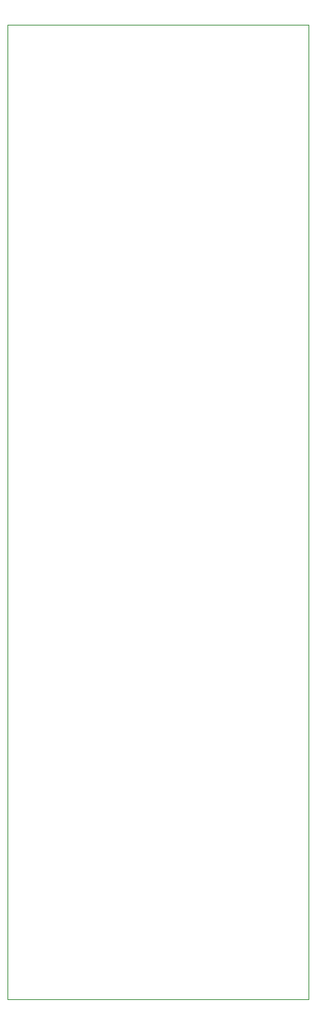
<source format=gbp>
G04 #@! TF.GenerationSoftware,KiCad,Pcbnew,(6.0.1)*
G04 #@! TF.CreationDate,2022-09-12T17:15:24+02:00*
G04 #@! TF.ProjectId,Output-mixer,4f757470-7574-42d6-9d69-7865722e6b69,rev?*
G04 #@! TF.SameCoordinates,Original*
G04 #@! TF.FileFunction,Paste,Bot*
G04 #@! TF.FilePolarity,Positive*
%FSLAX46Y46*%
G04 Gerber Fmt 4.6, Leading zero omitted, Abs format (unit mm)*
G04 Created by KiCad (PCBNEW (6.0.1)) date 2022-09-12 17:15:24*
%MOMM*%
%LPD*%
G01*
G04 APERTURE LIST*
G04 #@! TA.AperFunction,Profile*
%ADD10C,0.050000*%
G04 #@! TD*
G04 APERTURE END LIST*
D10*
X104175000Y-39325000D02*
X138175000Y-39325000D01*
X138175000Y-149325000D02*
X104175000Y-149325000D01*
X104175000Y-39325000D02*
X104175000Y-149325000D01*
X138175000Y-39325000D02*
X138175000Y-149325000D01*
M02*

</source>
